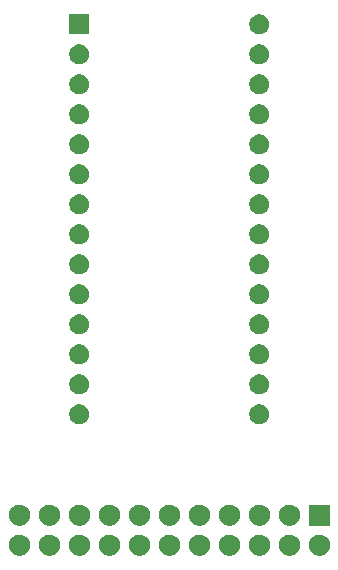
<source format=gbr>
G04 #@! TF.GenerationSoftware,KiCad,Pcbnew,(5.1.5-0-10_14)*
G04 #@! TF.CreationDate,2020-05-05T19:23:22-07:00*
G04 #@! TF.ProjectId,N64 Mask ROM Breakout,4e363420-4d61-4736-9b20-524f4d204272,rev?*
G04 #@! TF.SameCoordinates,Original*
G04 #@! TF.FileFunction,Soldermask,Bot*
G04 #@! TF.FilePolarity,Negative*
%FSLAX46Y46*%
G04 Gerber Fmt 4.6, Leading zero omitted, Abs format (unit mm)*
G04 Created by KiCad (PCBNEW (5.1.5-0-10_14)) date 2020-05-05 19:23:22*
%MOMM*%
%LPD*%
G04 APERTURE LIST*
%ADD10C,0.100000*%
G04 APERTURE END LIST*
D10*
G36*
X165213512Y-121943927D02*
G01*
X165362812Y-121973624D01*
X165526784Y-122041544D01*
X165674354Y-122140147D01*
X165799853Y-122265646D01*
X165898456Y-122413216D01*
X165966376Y-122577188D01*
X166001000Y-122751259D01*
X166001000Y-122928741D01*
X165966376Y-123102812D01*
X165898456Y-123266784D01*
X165799853Y-123414354D01*
X165674354Y-123539853D01*
X165526784Y-123638456D01*
X165362812Y-123706376D01*
X165213512Y-123736073D01*
X165188742Y-123741000D01*
X165011258Y-123741000D01*
X164986488Y-123736073D01*
X164837188Y-123706376D01*
X164673216Y-123638456D01*
X164525646Y-123539853D01*
X164400147Y-123414354D01*
X164301544Y-123266784D01*
X164233624Y-123102812D01*
X164199000Y-122928741D01*
X164199000Y-122751259D01*
X164233624Y-122577188D01*
X164301544Y-122413216D01*
X164400147Y-122265646D01*
X164525646Y-122140147D01*
X164673216Y-122041544D01*
X164837188Y-121973624D01*
X164986488Y-121943927D01*
X165011258Y-121939000D01*
X165188742Y-121939000D01*
X165213512Y-121943927D01*
G37*
G36*
X162673512Y-121943927D02*
G01*
X162822812Y-121973624D01*
X162986784Y-122041544D01*
X163134354Y-122140147D01*
X163259853Y-122265646D01*
X163358456Y-122413216D01*
X163426376Y-122577188D01*
X163461000Y-122751259D01*
X163461000Y-122928741D01*
X163426376Y-123102812D01*
X163358456Y-123266784D01*
X163259853Y-123414354D01*
X163134354Y-123539853D01*
X162986784Y-123638456D01*
X162822812Y-123706376D01*
X162673512Y-123736073D01*
X162648742Y-123741000D01*
X162471258Y-123741000D01*
X162446488Y-123736073D01*
X162297188Y-123706376D01*
X162133216Y-123638456D01*
X161985646Y-123539853D01*
X161860147Y-123414354D01*
X161761544Y-123266784D01*
X161693624Y-123102812D01*
X161659000Y-122928741D01*
X161659000Y-122751259D01*
X161693624Y-122577188D01*
X161761544Y-122413216D01*
X161860147Y-122265646D01*
X161985646Y-122140147D01*
X162133216Y-122041544D01*
X162297188Y-121973624D01*
X162446488Y-121943927D01*
X162471258Y-121939000D01*
X162648742Y-121939000D01*
X162673512Y-121943927D01*
G37*
G36*
X160133512Y-121943927D02*
G01*
X160282812Y-121973624D01*
X160446784Y-122041544D01*
X160594354Y-122140147D01*
X160719853Y-122265646D01*
X160818456Y-122413216D01*
X160886376Y-122577188D01*
X160921000Y-122751259D01*
X160921000Y-122928741D01*
X160886376Y-123102812D01*
X160818456Y-123266784D01*
X160719853Y-123414354D01*
X160594354Y-123539853D01*
X160446784Y-123638456D01*
X160282812Y-123706376D01*
X160133512Y-123736073D01*
X160108742Y-123741000D01*
X159931258Y-123741000D01*
X159906488Y-123736073D01*
X159757188Y-123706376D01*
X159593216Y-123638456D01*
X159445646Y-123539853D01*
X159320147Y-123414354D01*
X159221544Y-123266784D01*
X159153624Y-123102812D01*
X159119000Y-122928741D01*
X159119000Y-122751259D01*
X159153624Y-122577188D01*
X159221544Y-122413216D01*
X159320147Y-122265646D01*
X159445646Y-122140147D01*
X159593216Y-122041544D01*
X159757188Y-121973624D01*
X159906488Y-121943927D01*
X159931258Y-121939000D01*
X160108742Y-121939000D01*
X160133512Y-121943927D01*
G37*
G36*
X157593512Y-121943927D02*
G01*
X157742812Y-121973624D01*
X157906784Y-122041544D01*
X158054354Y-122140147D01*
X158179853Y-122265646D01*
X158278456Y-122413216D01*
X158346376Y-122577188D01*
X158381000Y-122751259D01*
X158381000Y-122928741D01*
X158346376Y-123102812D01*
X158278456Y-123266784D01*
X158179853Y-123414354D01*
X158054354Y-123539853D01*
X157906784Y-123638456D01*
X157742812Y-123706376D01*
X157593512Y-123736073D01*
X157568742Y-123741000D01*
X157391258Y-123741000D01*
X157366488Y-123736073D01*
X157217188Y-123706376D01*
X157053216Y-123638456D01*
X156905646Y-123539853D01*
X156780147Y-123414354D01*
X156681544Y-123266784D01*
X156613624Y-123102812D01*
X156579000Y-122928741D01*
X156579000Y-122751259D01*
X156613624Y-122577188D01*
X156681544Y-122413216D01*
X156780147Y-122265646D01*
X156905646Y-122140147D01*
X157053216Y-122041544D01*
X157217188Y-121973624D01*
X157366488Y-121943927D01*
X157391258Y-121939000D01*
X157568742Y-121939000D01*
X157593512Y-121943927D01*
G37*
G36*
X155053512Y-121943927D02*
G01*
X155202812Y-121973624D01*
X155366784Y-122041544D01*
X155514354Y-122140147D01*
X155639853Y-122265646D01*
X155738456Y-122413216D01*
X155806376Y-122577188D01*
X155841000Y-122751259D01*
X155841000Y-122928741D01*
X155806376Y-123102812D01*
X155738456Y-123266784D01*
X155639853Y-123414354D01*
X155514354Y-123539853D01*
X155366784Y-123638456D01*
X155202812Y-123706376D01*
X155053512Y-123736073D01*
X155028742Y-123741000D01*
X154851258Y-123741000D01*
X154826488Y-123736073D01*
X154677188Y-123706376D01*
X154513216Y-123638456D01*
X154365646Y-123539853D01*
X154240147Y-123414354D01*
X154141544Y-123266784D01*
X154073624Y-123102812D01*
X154039000Y-122928741D01*
X154039000Y-122751259D01*
X154073624Y-122577188D01*
X154141544Y-122413216D01*
X154240147Y-122265646D01*
X154365646Y-122140147D01*
X154513216Y-122041544D01*
X154677188Y-121973624D01*
X154826488Y-121943927D01*
X154851258Y-121939000D01*
X155028742Y-121939000D01*
X155053512Y-121943927D01*
G37*
G36*
X152513512Y-121943927D02*
G01*
X152662812Y-121973624D01*
X152826784Y-122041544D01*
X152974354Y-122140147D01*
X153099853Y-122265646D01*
X153198456Y-122413216D01*
X153266376Y-122577188D01*
X153301000Y-122751259D01*
X153301000Y-122928741D01*
X153266376Y-123102812D01*
X153198456Y-123266784D01*
X153099853Y-123414354D01*
X152974354Y-123539853D01*
X152826784Y-123638456D01*
X152662812Y-123706376D01*
X152513512Y-123736073D01*
X152488742Y-123741000D01*
X152311258Y-123741000D01*
X152286488Y-123736073D01*
X152137188Y-123706376D01*
X151973216Y-123638456D01*
X151825646Y-123539853D01*
X151700147Y-123414354D01*
X151601544Y-123266784D01*
X151533624Y-123102812D01*
X151499000Y-122928741D01*
X151499000Y-122751259D01*
X151533624Y-122577188D01*
X151601544Y-122413216D01*
X151700147Y-122265646D01*
X151825646Y-122140147D01*
X151973216Y-122041544D01*
X152137188Y-121973624D01*
X152286488Y-121943927D01*
X152311258Y-121939000D01*
X152488742Y-121939000D01*
X152513512Y-121943927D01*
G37*
G36*
X149973512Y-121943927D02*
G01*
X150122812Y-121973624D01*
X150286784Y-122041544D01*
X150434354Y-122140147D01*
X150559853Y-122265646D01*
X150658456Y-122413216D01*
X150726376Y-122577188D01*
X150761000Y-122751259D01*
X150761000Y-122928741D01*
X150726376Y-123102812D01*
X150658456Y-123266784D01*
X150559853Y-123414354D01*
X150434354Y-123539853D01*
X150286784Y-123638456D01*
X150122812Y-123706376D01*
X149973512Y-123736073D01*
X149948742Y-123741000D01*
X149771258Y-123741000D01*
X149746488Y-123736073D01*
X149597188Y-123706376D01*
X149433216Y-123638456D01*
X149285646Y-123539853D01*
X149160147Y-123414354D01*
X149061544Y-123266784D01*
X148993624Y-123102812D01*
X148959000Y-122928741D01*
X148959000Y-122751259D01*
X148993624Y-122577188D01*
X149061544Y-122413216D01*
X149160147Y-122265646D01*
X149285646Y-122140147D01*
X149433216Y-122041544D01*
X149597188Y-121973624D01*
X149746488Y-121943927D01*
X149771258Y-121939000D01*
X149948742Y-121939000D01*
X149973512Y-121943927D01*
G37*
G36*
X147433512Y-121943927D02*
G01*
X147582812Y-121973624D01*
X147746784Y-122041544D01*
X147894354Y-122140147D01*
X148019853Y-122265646D01*
X148118456Y-122413216D01*
X148186376Y-122577188D01*
X148221000Y-122751259D01*
X148221000Y-122928741D01*
X148186376Y-123102812D01*
X148118456Y-123266784D01*
X148019853Y-123414354D01*
X147894354Y-123539853D01*
X147746784Y-123638456D01*
X147582812Y-123706376D01*
X147433512Y-123736073D01*
X147408742Y-123741000D01*
X147231258Y-123741000D01*
X147206488Y-123736073D01*
X147057188Y-123706376D01*
X146893216Y-123638456D01*
X146745646Y-123539853D01*
X146620147Y-123414354D01*
X146521544Y-123266784D01*
X146453624Y-123102812D01*
X146419000Y-122928741D01*
X146419000Y-122751259D01*
X146453624Y-122577188D01*
X146521544Y-122413216D01*
X146620147Y-122265646D01*
X146745646Y-122140147D01*
X146893216Y-122041544D01*
X147057188Y-121973624D01*
X147206488Y-121943927D01*
X147231258Y-121939000D01*
X147408742Y-121939000D01*
X147433512Y-121943927D01*
G37*
G36*
X144893512Y-121943927D02*
G01*
X145042812Y-121973624D01*
X145206784Y-122041544D01*
X145354354Y-122140147D01*
X145479853Y-122265646D01*
X145578456Y-122413216D01*
X145646376Y-122577188D01*
X145681000Y-122751259D01*
X145681000Y-122928741D01*
X145646376Y-123102812D01*
X145578456Y-123266784D01*
X145479853Y-123414354D01*
X145354354Y-123539853D01*
X145206784Y-123638456D01*
X145042812Y-123706376D01*
X144893512Y-123736073D01*
X144868742Y-123741000D01*
X144691258Y-123741000D01*
X144666488Y-123736073D01*
X144517188Y-123706376D01*
X144353216Y-123638456D01*
X144205646Y-123539853D01*
X144080147Y-123414354D01*
X143981544Y-123266784D01*
X143913624Y-123102812D01*
X143879000Y-122928741D01*
X143879000Y-122751259D01*
X143913624Y-122577188D01*
X143981544Y-122413216D01*
X144080147Y-122265646D01*
X144205646Y-122140147D01*
X144353216Y-122041544D01*
X144517188Y-121973624D01*
X144666488Y-121943927D01*
X144691258Y-121939000D01*
X144868742Y-121939000D01*
X144893512Y-121943927D01*
G37*
G36*
X142353512Y-121943927D02*
G01*
X142502812Y-121973624D01*
X142666784Y-122041544D01*
X142814354Y-122140147D01*
X142939853Y-122265646D01*
X143038456Y-122413216D01*
X143106376Y-122577188D01*
X143141000Y-122751259D01*
X143141000Y-122928741D01*
X143106376Y-123102812D01*
X143038456Y-123266784D01*
X142939853Y-123414354D01*
X142814354Y-123539853D01*
X142666784Y-123638456D01*
X142502812Y-123706376D01*
X142353512Y-123736073D01*
X142328742Y-123741000D01*
X142151258Y-123741000D01*
X142126488Y-123736073D01*
X141977188Y-123706376D01*
X141813216Y-123638456D01*
X141665646Y-123539853D01*
X141540147Y-123414354D01*
X141441544Y-123266784D01*
X141373624Y-123102812D01*
X141339000Y-122928741D01*
X141339000Y-122751259D01*
X141373624Y-122577188D01*
X141441544Y-122413216D01*
X141540147Y-122265646D01*
X141665646Y-122140147D01*
X141813216Y-122041544D01*
X141977188Y-121973624D01*
X142126488Y-121943927D01*
X142151258Y-121939000D01*
X142328742Y-121939000D01*
X142353512Y-121943927D01*
G37*
G36*
X139813512Y-121943927D02*
G01*
X139962812Y-121973624D01*
X140126784Y-122041544D01*
X140274354Y-122140147D01*
X140399853Y-122265646D01*
X140498456Y-122413216D01*
X140566376Y-122577188D01*
X140601000Y-122751259D01*
X140601000Y-122928741D01*
X140566376Y-123102812D01*
X140498456Y-123266784D01*
X140399853Y-123414354D01*
X140274354Y-123539853D01*
X140126784Y-123638456D01*
X139962812Y-123706376D01*
X139813512Y-123736073D01*
X139788742Y-123741000D01*
X139611258Y-123741000D01*
X139586488Y-123736073D01*
X139437188Y-123706376D01*
X139273216Y-123638456D01*
X139125646Y-123539853D01*
X139000147Y-123414354D01*
X138901544Y-123266784D01*
X138833624Y-123102812D01*
X138799000Y-122928741D01*
X138799000Y-122751259D01*
X138833624Y-122577188D01*
X138901544Y-122413216D01*
X139000147Y-122265646D01*
X139125646Y-122140147D01*
X139273216Y-122041544D01*
X139437188Y-121973624D01*
X139586488Y-121943927D01*
X139611258Y-121939000D01*
X139788742Y-121939000D01*
X139813512Y-121943927D01*
G37*
G36*
X152513512Y-119403927D02*
G01*
X152662812Y-119433624D01*
X152826784Y-119501544D01*
X152974354Y-119600147D01*
X153099853Y-119725646D01*
X153198456Y-119873216D01*
X153266376Y-120037188D01*
X153301000Y-120211259D01*
X153301000Y-120388741D01*
X153266376Y-120562812D01*
X153198456Y-120726784D01*
X153099853Y-120874354D01*
X152974354Y-120999853D01*
X152826784Y-121098456D01*
X152662812Y-121166376D01*
X152513512Y-121196073D01*
X152488742Y-121201000D01*
X152311258Y-121201000D01*
X152286488Y-121196073D01*
X152137188Y-121166376D01*
X151973216Y-121098456D01*
X151825646Y-120999853D01*
X151700147Y-120874354D01*
X151601544Y-120726784D01*
X151533624Y-120562812D01*
X151499000Y-120388741D01*
X151499000Y-120211259D01*
X151533624Y-120037188D01*
X151601544Y-119873216D01*
X151700147Y-119725646D01*
X151825646Y-119600147D01*
X151973216Y-119501544D01*
X152137188Y-119433624D01*
X152286488Y-119403927D01*
X152311258Y-119399000D01*
X152488742Y-119399000D01*
X152513512Y-119403927D01*
G37*
G36*
X166001000Y-121201000D02*
G01*
X164199000Y-121201000D01*
X164199000Y-119399000D01*
X166001000Y-119399000D01*
X166001000Y-121201000D01*
G37*
G36*
X162673512Y-119403927D02*
G01*
X162822812Y-119433624D01*
X162986784Y-119501544D01*
X163134354Y-119600147D01*
X163259853Y-119725646D01*
X163358456Y-119873216D01*
X163426376Y-120037188D01*
X163461000Y-120211259D01*
X163461000Y-120388741D01*
X163426376Y-120562812D01*
X163358456Y-120726784D01*
X163259853Y-120874354D01*
X163134354Y-120999853D01*
X162986784Y-121098456D01*
X162822812Y-121166376D01*
X162673512Y-121196073D01*
X162648742Y-121201000D01*
X162471258Y-121201000D01*
X162446488Y-121196073D01*
X162297188Y-121166376D01*
X162133216Y-121098456D01*
X161985646Y-120999853D01*
X161860147Y-120874354D01*
X161761544Y-120726784D01*
X161693624Y-120562812D01*
X161659000Y-120388741D01*
X161659000Y-120211259D01*
X161693624Y-120037188D01*
X161761544Y-119873216D01*
X161860147Y-119725646D01*
X161985646Y-119600147D01*
X162133216Y-119501544D01*
X162297188Y-119433624D01*
X162446488Y-119403927D01*
X162471258Y-119399000D01*
X162648742Y-119399000D01*
X162673512Y-119403927D01*
G37*
G36*
X160133512Y-119403927D02*
G01*
X160282812Y-119433624D01*
X160446784Y-119501544D01*
X160594354Y-119600147D01*
X160719853Y-119725646D01*
X160818456Y-119873216D01*
X160886376Y-120037188D01*
X160921000Y-120211259D01*
X160921000Y-120388741D01*
X160886376Y-120562812D01*
X160818456Y-120726784D01*
X160719853Y-120874354D01*
X160594354Y-120999853D01*
X160446784Y-121098456D01*
X160282812Y-121166376D01*
X160133512Y-121196073D01*
X160108742Y-121201000D01*
X159931258Y-121201000D01*
X159906488Y-121196073D01*
X159757188Y-121166376D01*
X159593216Y-121098456D01*
X159445646Y-120999853D01*
X159320147Y-120874354D01*
X159221544Y-120726784D01*
X159153624Y-120562812D01*
X159119000Y-120388741D01*
X159119000Y-120211259D01*
X159153624Y-120037188D01*
X159221544Y-119873216D01*
X159320147Y-119725646D01*
X159445646Y-119600147D01*
X159593216Y-119501544D01*
X159757188Y-119433624D01*
X159906488Y-119403927D01*
X159931258Y-119399000D01*
X160108742Y-119399000D01*
X160133512Y-119403927D01*
G37*
G36*
X157593512Y-119403927D02*
G01*
X157742812Y-119433624D01*
X157906784Y-119501544D01*
X158054354Y-119600147D01*
X158179853Y-119725646D01*
X158278456Y-119873216D01*
X158346376Y-120037188D01*
X158381000Y-120211259D01*
X158381000Y-120388741D01*
X158346376Y-120562812D01*
X158278456Y-120726784D01*
X158179853Y-120874354D01*
X158054354Y-120999853D01*
X157906784Y-121098456D01*
X157742812Y-121166376D01*
X157593512Y-121196073D01*
X157568742Y-121201000D01*
X157391258Y-121201000D01*
X157366488Y-121196073D01*
X157217188Y-121166376D01*
X157053216Y-121098456D01*
X156905646Y-120999853D01*
X156780147Y-120874354D01*
X156681544Y-120726784D01*
X156613624Y-120562812D01*
X156579000Y-120388741D01*
X156579000Y-120211259D01*
X156613624Y-120037188D01*
X156681544Y-119873216D01*
X156780147Y-119725646D01*
X156905646Y-119600147D01*
X157053216Y-119501544D01*
X157217188Y-119433624D01*
X157366488Y-119403927D01*
X157391258Y-119399000D01*
X157568742Y-119399000D01*
X157593512Y-119403927D01*
G37*
G36*
X155053512Y-119403927D02*
G01*
X155202812Y-119433624D01*
X155366784Y-119501544D01*
X155514354Y-119600147D01*
X155639853Y-119725646D01*
X155738456Y-119873216D01*
X155806376Y-120037188D01*
X155841000Y-120211259D01*
X155841000Y-120388741D01*
X155806376Y-120562812D01*
X155738456Y-120726784D01*
X155639853Y-120874354D01*
X155514354Y-120999853D01*
X155366784Y-121098456D01*
X155202812Y-121166376D01*
X155053512Y-121196073D01*
X155028742Y-121201000D01*
X154851258Y-121201000D01*
X154826488Y-121196073D01*
X154677188Y-121166376D01*
X154513216Y-121098456D01*
X154365646Y-120999853D01*
X154240147Y-120874354D01*
X154141544Y-120726784D01*
X154073624Y-120562812D01*
X154039000Y-120388741D01*
X154039000Y-120211259D01*
X154073624Y-120037188D01*
X154141544Y-119873216D01*
X154240147Y-119725646D01*
X154365646Y-119600147D01*
X154513216Y-119501544D01*
X154677188Y-119433624D01*
X154826488Y-119403927D01*
X154851258Y-119399000D01*
X155028742Y-119399000D01*
X155053512Y-119403927D01*
G37*
G36*
X149973512Y-119403927D02*
G01*
X150122812Y-119433624D01*
X150286784Y-119501544D01*
X150434354Y-119600147D01*
X150559853Y-119725646D01*
X150658456Y-119873216D01*
X150726376Y-120037188D01*
X150761000Y-120211259D01*
X150761000Y-120388741D01*
X150726376Y-120562812D01*
X150658456Y-120726784D01*
X150559853Y-120874354D01*
X150434354Y-120999853D01*
X150286784Y-121098456D01*
X150122812Y-121166376D01*
X149973512Y-121196073D01*
X149948742Y-121201000D01*
X149771258Y-121201000D01*
X149746488Y-121196073D01*
X149597188Y-121166376D01*
X149433216Y-121098456D01*
X149285646Y-120999853D01*
X149160147Y-120874354D01*
X149061544Y-120726784D01*
X148993624Y-120562812D01*
X148959000Y-120388741D01*
X148959000Y-120211259D01*
X148993624Y-120037188D01*
X149061544Y-119873216D01*
X149160147Y-119725646D01*
X149285646Y-119600147D01*
X149433216Y-119501544D01*
X149597188Y-119433624D01*
X149746488Y-119403927D01*
X149771258Y-119399000D01*
X149948742Y-119399000D01*
X149973512Y-119403927D01*
G37*
G36*
X147433512Y-119403927D02*
G01*
X147582812Y-119433624D01*
X147746784Y-119501544D01*
X147894354Y-119600147D01*
X148019853Y-119725646D01*
X148118456Y-119873216D01*
X148186376Y-120037188D01*
X148221000Y-120211259D01*
X148221000Y-120388741D01*
X148186376Y-120562812D01*
X148118456Y-120726784D01*
X148019853Y-120874354D01*
X147894354Y-120999853D01*
X147746784Y-121098456D01*
X147582812Y-121166376D01*
X147433512Y-121196073D01*
X147408742Y-121201000D01*
X147231258Y-121201000D01*
X147206488Y-121196073D01*
X147057188Y-121166376D01*
X146893216Y-121098456D01*
X146745646Y-120999853D01*
X146620147Y-120874354D01*
X146521544Y-120726784D01*
X146453624Y-120562812D01*
X146419000Y-120388741D01*
X146419000Y-120211259D01*
X146453624Y-120037188D01*
X146521544Y-119873216D01*
X146620147Y-119725646D01*
X146745646Y-119600147D01*
X146893216Y-119501544D01*
X147057188Y-119433624D01*
X147206488Y-119403927D01*
X147231258Y-119399000D01*
X147408742Y-119399000D01*
X147433512Y-119403927D01*
G37*
G36*
X144893512Y-119403927D02*
G01*
X145042812Y-119433624D01*
X145206784Y-119501544D01*
X145354354Y-119600147D01*
X145479853Y-119725646D01*
X145578456Y-119873216D01*
X145646376Y-120037188D01*
X145681000Y-120211259D01*
X145681000Y-120388741D01*
X145646376Y-120562812D01*
X145578456Y-120726784D01*
X145479853Y-120874354D01*
X145354354Y-120999853D01*
X145206784Y-121098456D01*
X145042812Y-121166376D01*
X144893512Y-121196073D01*
X144868742Y-121201000D01*
X144691258Y-121201000D01*
X144666488Y-121196073D01*
X144517188Y-121166376D01*
X144353216Y-121098456D01*
X144205646Y-120999853D01*
X144080147Y-120874354D01*
X143981544Y-120726784D01*
X143913624Y-120562812D01*
X143879000Y-120388741D01*
X143879000Y-120211259D01*
X143913624Y-120037188D01*
X143981544Y-119873216D01*
X144080147Y-119725646D01*
X144205646Y-119600147D01*
X144353216Y-119501544D01*
X144517188Y-119433624D01*
X144666488Y-119403927D01*
X144691258Y-119399000D01*
X144868742Y-119399000D01*
X144893512Y-119403927D01*
G37*
G36*
X142353512Y-119403927D02*
G01*
X142502812Y-119433624D01*
X142666784Y-119501544D01*
X142814354Y-119600147D01*
X142939853Y-119725646D01*
X143038456Y-119873216D01*
X143106376Y-120037188D01*
X143141000Y-120211259D01*
X143141000Y-120388741D01*
X143106376Y-120562812D01*
X143038456Y-120726784D01*
X142939853Y-120874354D01*
X142814354Y-120999853D01*
X142666784Y-121098456D01*
X142502812Y-121166376D01*
X142353512Y-121196073D01*
X142328742Y-121201000D01*
X142151258Y-121201000D01*
X142126488Y-121196073D01*
X141977188Y-121166376D01*
X141813216Y-121098456D01*
X141665646Y-120999853D01*
X141540147Y-120874354D01*
X141441544Y-120726784D01*
X141373624Y-120562812D01*
X141339000Y-120388741D01*
X141339000Y-120211259D01*
X141373624Y-120037188D01*
X141441544Y-119873216D01*
X141540147Y-119725646D01*
X141665646Y-119600147D01*
X141813216Y-119501544D01*
X141977188Y-119433624D01*
X142126488Y-119403927D01*
X142151258Y-119399000D01*
X142328742Y-119399000D01*
X142353512Y-119403927D01*
G37*
G36*
X139813512Y-119403927D02*
G01*
X139962812Y-119433624D01*
X140126784Y-119501544D01*
X140274354Y-119600147D01*
X140399853Y-119725646D01*
X140498456Y-119873216D01*
X140566376Y-120037188D01*
X140601000Y-120211259D01*
X140601000Y-120388741D01*
X140566376Y-120562812D01*
X140498456Y-120726784D01*
X140399853Y-120874354D01*
X140274354Y-120999853D01*
X140126784Y-121098456D01*
X139962812Y-121166376D01*
X139813512Y-121196073D01*
X139788742Y-121201000D01*
X139611258Y-121201000D01*
X139586488Y-121196073D01*
X139437188Y-121166376D01*
X139273216Y-121098456D01*
X139125646Y-120999853D01*
X139000147Y-120874354D01*
X138901544Y-120726784D01*
X138833624Y-120562812D01*
X138799000Y-120388741D01*
X138799000Y-120211259D01*
X138833624Y-120037188D01*
X138901544Y-119873216D01*
X139000147Y-119725646D01*
X139125646Y-119600147D01*
X139273216Y-119501544D01*
X139437188Y-119433624D01*
X139586488Y-119403927D01*
X139611258Y-119399000D01*
X139788742Y-119399000D01*
X139813512Y-119403927D01*
G37*
G36*
X160268228Y-110941703D02*
G01*
X160423100Y-111005853D01*
X160562481Y-111098985D01*
X160681015Y-111217519D01*
X160774147Y-111356900D01*
X160838297Y-111511772D01*
X160871000Y-111676184D01*
X160871000Y-111843816D01*
X160838297Y-112008228D01*
X160774147Y-112163100D01*
X160681015Y-112302481D01*
X160562481Y-112421015D01*
X160423100Y-112514147D01*
X160268228Y-112578297D01*
X160103816Y-112611000D01*
X159936184Y-112611000D01*
X159771772Y-112578297D01*
X159616900Y-112514147D01*
X159477519Y-112421015D01*
X159358985Y-112302481D01*
X159265853Y-112163100D01*
X159201703Y-112008228D01*
X159169000Y-111843816D01*
X159169000Y-111676184D01*
X159201703Y-111511772D01*
X159265853Y-111356900D01*
X159358985Y-111217519D01*
X159477519Y-111098985D01*
X159616900Y-111005853D01*
X159771772Y-110941703D01*
X159936184Y-110909000D01*
X160103816Y-110909000D01*
X160268228Y-110941703D01*
G37*
G36*
X145028228Y-110941703D02*
G01*
X145183100Y-111005853D01*
X145322481Y-111098985D01*
X145441015Y-111217519D01*
X145534147Y-111356900D01*
X145598297Y-111511772D01*
X145631000Y-111676184D01*
X145631000Y-111843816D01*
X145598297Y-112008228D01*
X145534147Y-112163100D01*
X145441015Y-112302481D01*
X145322481Y-112421015D01*
X145183100Y-112514147D01*
X145028228Y-112578297D01*
X144863816Y-112611000D01*
X144696184Y-112611000D01*
X144531772Y-112578297D01*
X144376900Y-112514147D01*
X144237519Y-112421015D01*
X144118985Y-112302481D01*
X144025853Y-112163100D01*
X143961703Y-112008228D01*
X143929000Y-111843816D01*
X143929000Y-111676184D01*
X143961703Y-111511772D01*
X144025853Y-111356900D01*
X144118985Y-111217519D01*
X144237519Y-111098985D01*
X144376900Y-111005853D01*
X144531772Y-110941703D01*
X144696184Y-110909000D01*
X144863816Y-110909000D01*
X145028228Y-110941703D01*
G37*
G36*
X160268228Y-108401703D02*
G01*
X160423100Y-108465853D01*
X160562481Y-108558985D01*
X160681015Y-108677519D01*
X160774147Y-108816900D01*
X160838297Y-108971772D01*
X160871000Y-109136184D01*
X160871000Y-109303816D01*
X160838297Y-109468228D01*
X160774147Y-109623100D01*
X160681015Y-109762481D01*
X160562481Y-109881015D01*
X160423100Y-109974147D01*
X160268228Y-110038297D01*
X160103816Y-110071000D01*
X159936184Y-110071000D01*
X159771772Y-110038297D01*
X159616900Y-109974147D01*
X159477519Y-109881015D01*
X159358985Y-109762481D01*
X159265853Y-109623100D01*
X159201703Y-109468228D01*
X159169000Y-109303816D01*
X159169000Y-109136184D01*
X159201703Y-108971772D01*
X159265853Y-108816900D01*
X159358985Y-108677519D01*
X159477519Y-108558985D01*
X159616900Y-108465853D01*
X159771772Y-108401703D01*
X159936184Y-108369000D01*
X160103816Y-108369000D01*
X160268228Y-108401703D01*
G37*
G36*
X145028228Y-108401703D02*
G01*
X145183100Y-108465853D01*
X145322481Y-108558985D01*
X145441015Y-108677519D01*
X145534147Y-108816900D01*
X145598297Y-108971772D01*
X145631000Y-109136184D01*
X145631000Y-109303816D01*
X145598297Y-109468228D01*
X145534147Y-109623100D01*
X145441015Y-109762481D01*
X145322481Y-109881015D01*
X145183100Y-109974147D01*
X145028228Y-110038297D01*
X144863816Y-110071000D01*
X144696184Y-110071000D01*
X144531772Y-110038297D01*
X144376900Y-109974147D01*
X144237519Y-109881015D01*
X144118985Y-109762481D01*
X144025853Y-109623100D01*
X143961703Y-109468228D01*
X143929000Y-109303816D01*
X143929000Y-109136184D01*
X143961703Y-108971772D01*
X144025853Y-108816900D01*
X144118985Y-108677519D01*
X144237519Y-108558985D01*
X144376900Y-108465853D01*
X144531772Y-108401703D01*
X144696184Y-108369000D01*
X144863816Y-108369000D01*
X145028228Y-108401703D01*
G37*
G36*
X160268228Y-105861703D02*
G01*
X160423100Y-105925853D01*
X160562481Y-106018985D01*
X160681015Y-106137519D01*
X160774147Y-106276900D01*
X160838297Y-106431772D01*
X160871000Y-106596184D01*
X160871000Y-106763816D01*
X160838297Y-106928228D01*
X160774147Y-107083100D01*
X160681015Y-107222481D01*
X160562481Y-107341015D01*
X160423100Y-107434147D01*
X160268228Y-107498297D01*
X160103816Y-107531000D01*
X159936184Y-107531000D01*
X159771772Y-107498297D01*
X159616900Y-107434147D01*
X159477519Y-107341015D01*
X159358985Y-107222481D01*
X159265853Y-107083100D01*
X159201703Y-106928228D01*
X159169000Y-106763816D01*
X159169000Y-106596184D01*
X159201703Y-106431772D01*
X159265853Y-106276900D01*
X159358985Y-106137519D01*
X159477519Y-106018985D01*
X159616900Y-105925853D01*
X159771772Y-105861703D01*
X159936184Y-105829000D01*
X160103816Y-105829000D01*
X160268228Y-105861703D01*
G37*
G36*
X145028228Y-105861703D02*
G01*
X145183100Y-105925853D01*
X145322481Y-106018985D01*
X145441015Y-106137519D01*
X145534147Y-106276900D01*
X145598297Y-106431772D01*
X145631000Y-106596184D01*
X145631000Y-106763816D01*
X145598297Y-106928228D01*
X145534147Y-107083100D01*
X145441015Y-107222481D01*
X145322481Y-107341015D01*
X145183100Y-107434147D01*
X145028228Y-107498297D01*
X144863816Y-107531000D01*
X144696184Y-107531000D01*
X144531772Y-107498297D01*
X144376900Y-107434147D01*
X144237519Y-107341015D01*
X144118985Y-107222481D01*
X144025853Y-107083100D01*
X143961703Y-106928228D01*
X143929000Y-106763816D01*
X143929000Y-106596184D01*
X143961703Y-106431772D01*
X144025853Y-106276900D01*
X144118985Y-106137519D01*
X144237519Y-106018985D01*
X144376900Y-105925853D01*
X144531772Y-105861703D01*
X144696184Y-105829000D01*
X144863816Y-105829000D01*
X145028228Y-105861703D01*
G37*
G36*
X160268228Y-103321703D02*
G01*
X160423100Y-103385853D01*
X160562481Y-103478985D01*
X160681015Y-103597519D01*
X160774147Y-103736900D01*
X160838297Y-103891772D01*
X160871000Y-104056184D01*
X160871000Y-104223816D01*
X160838297Y-104388228D01*
X160774147Y-104543100D01*
X160681015Y-104682481D01*
X160562481Y-104801015D01*
X160423100Y-104894147D01*
X160268228Y-104958297D01*
X160103816Y-104991000D01*
X159936184Y-104991000D01*
X159771772Y-104958297D01*
X159616900Y-104894147D01*
X159477519Y-104801015D01*
X159358985Y-104682481D01*
X159265853Y-104543100D01*
X159201703Y-104388228D01*
X159169000Y-104223816D01*
X159169000Y-104056184D01*
X159201703Y-103891772D01*
X159265853Y-103736900D01*
X159358985Y-103597519D01*
X159477519Y-103478985D01*
X159616900Y-103385853D01*
X159771772Y-103321703D01*
X159936184Y-103289000D01*
X160103816Y-103289000D01*
X160268228Y-103321703D01*
G37*
G36*
X145028228Y-103321703D02*
G01*
X145183100Y-103385853D01*
X145322481Y-103478985D01*
X145441015Y-103597519D01*
X145534147Y-103736900D01*
X145598297Y-103891772D01*
X145631000Y-104056184D01*
X145631000Y-104223816D01*
X145598297Y-104388228D01*
X145534147Y-104543100D01*
X145441015Y-104682481D01*
X145322481Y-104801015D01*
X145183100Y-104894147D01*
X145028228Y-104958297D01*
X144863816Y-104991000D01*
X144696184Y-104991000D01*
X144531772Y-104958297D01*
X144376900Y-104894147D01*
X144237519Y-104801015D01*
X144118985Y-104682481D01*
X144025853Y-104543100D01*
X143961703Y-104388228D01*
X143929000Y-104223816D01*
X143929000Y-104056184D01*
X143961703Y-103891772D01*
X144025853Y-103736900D01*
X144118985Y-103597519D01*
X144237519Y-103478985D01*
X144376900Y-103385853D01*
X144531772Y-103321703D01*
X144696184Y-103289000D01*
X144863816Y-103289000D01*
X145028228Y-103321703D01*
G37*
G36*
X145028228Y-100781703D02*
G01*
X145183100Y-100845853D01*
X145322481Y-100938985D01*
X145441015Y-101057519D01*
X145534147Y-101196900D01*
X145598297Y-101351772D01*
X145631000Y-101516184D01*
X145631000Y-101683816D01*
X145598297Y-101848228D01*
X145534147Y-102003100D01*
X145441015Y-102142481D01*
X145322481Y-102261015D01*
X145183100Y-102354147D01*
X145028228Y-102418297D01*
X144863816Y-102451000D01*
X144696184Y-102451000D01*
X144531772Y-102418297D01*
X144376900Y-102354147D01*
X144237519Y-102261015D01*
X144118985Y-102142481D01*
X144025853Y-102003100D01*
X143961703Y-101848228D01*
X143929000Y-101683816D01*
X143929000Y-101516184D01*
X143961703Y-101351772D01*
X144025853Y-101196900D01*
X144118985Y-101057519D01*
X144237519Y-100938985D01*
X144376900Y-100845853D01*
X144531772Y-100781703D01*
X144696184Y-100749000D01*
X144863816Y-100749000D01*
X145028228Y-100781703D01*
G37*
G36*
X160268228Y-100781703D02*
G01*
X160423100Y-100845853D01*
X160562481Y-100938985D01*
X160681015Y-101057519D01*
X160774147Y-101196900D01*
X160838297Y-101351772D01*
X160871000Y-101516184D01*
X160871000Y-101683816D01*
X160838297Y-101848228D01*
X160774147Y-102003100D01*
X160681015Y-102142481D01*
X160562481Y-102261015D01*
X160423100Y-102354147D01*
X160268228Y-102418297D01*
X160103816Y-102451000D01*
X159936184Y-102451000D01*
X159771772Y-102418297D01*
X159616900Y-102354147D01*
X159477519Y-102261015D01*
X159358985Y-102142481D01*
X159265853Y-102003100D01*
X159201703Y-101848228D01*
X159169000Y-101683816D01*
X159169000Y-101516184D01*
X159201703Y-101351772D01*
X159265853Y-101196900D01*
X159358985Y-101057519D01*
X159477519Y-100938985D01*
X159616900Y-100845853D01*
X159771772Y-100781703D01*
X159936184Y-100749000D01*
X160103816Y-100749000D01*
X160268228Y-100781703D01*
G37*
G36*
X145028228Y-98241703D02*
G01*
X145183100Y-98305853D01*
X145322481Y-98398985D01*
X145441015Y-98517519D01*
X145534147Y-98656900D01*
X145598297Y-98811772D01*
X145631000Y-98976184D01*
X145631000Y-99143816D01*
X145598297Y-99308228D01*
X145534147Y-99463100D01*
X145441015Y-99602481D01*
X145322481Y-99721015D01*
X145183100Y-99814147D01*
X145028228Y-99878297D01*
X144863816Y-99911000D01*
X144696184Y-99911000D01*
X144531772Y-99878297D01*
X144376900Y-99814147D01*
X144237519Y-99721015D01*
X144118985Y-99602481D01*
X144025853Y-99463100D01*
X143961703Y-99308228D01*
X143929000Y-99143816D01*
X143929000Y-98976184D01*
X143961703Y-98811772D01*
X144025853Y-98656900D01*
X144118985Y-98517519D01*
X144237519Y-98398985D01*
X144376900Y-98305853D01*
X144531772Y-98241703D01*
X144696184Y-98209000D01*
X144863816Y-98209000D01*
X145028228Y-98241703D01*
G37*
G36*
X160268228Y-98241703D02*
G01*
X160423100Y-98305853D01*
X160562481Y-98398985D01*
X160681015Y-98517519D01*
X160774147Y-98656900D01*
X160838297Y-98811772D01*
X160871000Y-98976184D01*
X160871000Y-99143816D01*
X160838297Y-99308228D01*
X160774147Y-99463100D01*
X160681015Y-99602481D01*
X160562481Y-99721015D01*
X160423100Y-99814147D01*
X160268228Y-99878297D01*
X160103816Y-99911000D01*
X159936184Y-99911000D01*
X159771772Y-99878297D01*
X159616900Y-99814147D01*
X159477519Y-99721015D01*
X159358985Y-99602481D01*
X159265853Y-99463100D01*
X159201703Y-99308228D01*
X159169000Y-99143816D01*
X159169000Y-98976184D01*
X159201703Y-98811772D01*
X159265853Y-98656900D01*
X159358985Y-98517519D01*
X159477519Y-98398985D01*
X159616900Y-98305853D01*
X159771772Y-98241703D01*
X159936184Y-98209000D01*
X160103816Y-98209000D01*
X160268228Y-98241703D01*
G37*
G36*
X160268228Y-95701703D02*
G01*
X160423100Y-95765853D01*
X160562481Y-95858985D01*
X160681015Y-95977519D01*
X160774147Y-96116900D01*
X160838297Y-96271772D01*
X160871000Y-96436184D01*
X160871000Y-96603816D01*
X160838297Y-96768228D01*
X160774147Y-96923100D01*
X160681015Y-97062481D01*
X160562481Y-97181015D01*
X160423100Y-97274147D01*
X160268228Y-97338297D01*
X160103816Y-97371000D01*
X159936184Y-97371000D01*
X159771772Y-97338297D01*
X159616900Y-97274147D01*
X159477519Y-97181015D01*
X159358985Y-97062481D01*
X159265853Y-96923100D01*
X159201703Y-96768228D01*
X159169000Y-96603816D01*
X159169000Y-96436184D01*
X159201703Y-96271772D01*
X159265853Y-96116900D01*
X159358985Y-95977519D01*
X159477519Y-95858985D01*
X159616900Y-95765853D01*
X159771772Y-95701703D01*
X159936184Y-95669000D01*
X160103816Y-95669000D01*
X160268228Y-95701703D01*
G37*
G36*
X145028228Y-95701703D02*
G01*
X145183100Y-95765853D01*
X145322481Y-95858985D01*
X145441015Y-95977519D01*
X145534147Y-96116900D01*
X145598297Y-96271772D01*
X145631000Y-96436184D01*
X145631000Y-96603816D01*
X145598297Y-96768228D01*
X145534147Y-96923100D01*
X145441015Y-97062481D01*
X145322481Y-97181015D01*
X145183100Y-97274147D01*
X145028228Y-97338297D01*
X144863816Y-97371000D01*
X144696184Y-97371000D01*
X144531772Y-97338297D01*
X144376900Y-97274147D01*
X144237519Y-97181015D01*
X144118985Y-97062481D01*
X144025853Y-96923100D01*
X143961703Y-96768228D01*
X143929000Y-96603816D01*
X143929000Y-96436184D01*
X143961703Y-96271772D01*
X144025853Y-96116900D01*
X144118985Y-95977519D01*
X144237519Y-95858985D01*
X144376900Y-95765853D01*
X144531772Y-95701703D01*
X144696184Y-95669000D01*
X144863816Y-95669000D01*
X145028228Y-95701703D01*
G37*
G36*
X145028228Y-93161703D02*
G01*
X145183100Y-93225853D01*
X145322481Y-93318985D01*
X145441015Y-93437519D01*
X145534147Y-93576900D01*
X145598297Y-93731772D01*
X145631000Y-93896184D01*
X145631000Y-94063816D01*
X145598297Y-94228228D01*
X145534147Y-94383100D01*
X145441015Y-94522481D01*
X145322481Y-94641015D01*
X145183100Y-94734147D01*
X145028228Y-94798297D01*
X144863816Y-94831000D01*
X144696184Y-94831000D01*
X144531772Y-94798297D01*
X144376900Y-94734147D01*
X144237519Y-94641015D01*
X144118985Y-94522481D01*
X144025853Y-94383100D01*
X143961703Y-94228228D01*
X143929000Y-94063816D01*
X143929000Y-93896184D01*
X143961703Y-93731772D01*
X144025853Y-93576900D01*
X144118985Y-93437519D01*
X144237519Y-93318985D01*
X144376900Y-93225853D01*
X144531772Y-93161703D01*
X144696184Y-93129000D01*
X144863816Y-93129000D01*
X145028228Y-93161703D01*
G37*
G36*
X160268228Y-93161703D02*
G01*
X160423100Y-93225853D01*
X160562481Y-93318985D01*
X160681015Y-93437519D01*
X160774147Y-93576900D01*
X160838297Y-93731772D01*
X160871000Y-93896184D01*
X160871000Y-94063816D01*
X160838297Y-94228228D01*
X160774147Y-94383100D01*
X160681015Y-94522481D01*
X160562481Y-94641015D01*
X160423100Y-94734147D01*
X160268228Y-94798297D01*
X160103816Y-94831000D01*
X159936184Y-94831000D01*
X159771772Y-94798297D01*
X159616900Y-94734147D01*
X159477519Y-94641015D01*
X159358985Y-94522481D01*
X159265853Y-94383100D01*
X159201703Y-94228228D01*
X159169000Y-94063816D01*
X159169000Y-93896184D01*
X159201703Y-93731772D01*
X159265853Y-93576900D01*
X159358985Y-93437519D01*
X159477519Y-93318985D01*
X159616900Y-93225853D01*
X159771772Y-93161703D01*
X159936184Y-93129000D01*
X160103816Y-93129000D01*
X160268228Y-93161703D01*
G37*
G36*
X145028228Y-90621703D02*
G01*
X145183100Y-90685853D01*
X145322481Y-90778985D01*
X145441015Y-90897519D01*
X145534147Y-91036900D01*
X145598297Y-91191772D01*
X145631000Y-91356184D01*
X145631000Y-91523816D01*
X145598297Y-91688228D01*
X145534147Y-91843100D01*
X145441015Y-91982481D01*
X145322481Y-92101015D01*
X145183100Y-92194147D01*
X145028228Y-92258297D01*
X144863816Y-92291000D01*
X144696184Y-92291000D01*
X144531772Y-92258297D01*
X144376900Y-92194147D01*
X144237519Y-92101015D01*
X144118985Y-91982481D01*
X144025853Y-91843100D01*
X143961703Y-91688228D01*
X143929000Y-91523816D01*
X143929000Y-91356184D01*
X143961703Y-91191772D01*
X144025853Y-91036900D01*
X144118985Y-90897519D01*
X144237519Y-90778985D01*
X144376900Y-90685853D01*
X144531772Y-90621703D01*
X144696184Y-90589000D01*
X144863816Y-90589000D01*
X145028228Y-90621703D01*
G37*
G36*
X160268228Y-90621703D02*
G01*
X160423100Y-90685853D01*
X160562481Y-90778985D01*
X160681015Y-90897519D01*
X160774147Y-91036900D01*
X160838297Y-91191772D01*
X160871000Y-91356184D01*
X160871000Y-91523816D01*
X160838297Y-91688228D01*
X160774147Y-91843100D01*
X160681015Y-91982481D01*
X160562481Y-92101015D01*
X160423100Y-92194147D01*
X160268228Y-92258297D01*
X160103816Y-92291000D01*
X159936184Y-92291000D01*
X159771772Y-92258297D01*
X159616900Y-92194147D01*
X159477519Y-92101015D01*
X159358985Y-91982481D01*
X159265853Y-91843100D01*
X159201703Y-91688228D01*
X159169000Y-91523816D01*
X159169000Y-91356184D01*
X159201703Y-91191772D01*
X159265853Y-91036900D01*
X159358985Y-90897519D01*
X159477519Y-90778985D01*
X159616900Y-90685853D01*
X159771772Y-90621703D01*
X159936184Y-90589000D01*
X160103816Y-90589000D01*
X160268228Y-90621703D01*
G37*
G36*
X145028228Y-88081703D02*
G01*
X145183100Y-88145853D01*
X145322481Y-88238985D01*
X145441015Y-88357519D01*
X145534147Y-88496900D01*
X145598297Y-88651772D01*
X145631000Y-88816184D01*
X145631000Y-88983816D01*
X145598297Y-89148228D01*
X145534147Y-89303100D01*
X145441015Y-89442481D01*
X145322481Y-89561015D01*
X145183100Y-89654147D01*
X145028228Y-89718297D01*
X144863816Y-89751000D01*
X144696184Y-89751000D01*
X144531772Y-89718297D01*
X144376900Y-89654147D01*
X144237519Y-89561015D01*
X144118985Y-89442481D01*
X144025853Y-89303100D01*
X143961703Y-89148228D01*
X143929000Y-88983816D01*
X143929000Y-88816184D01*
X143961703Y-88651772D01*
X144025853Y-88496900D01*
X144118985Y-88357519D01*
X144237519Y-88238985D01*
X144376900Y-88145853D01*
X144531772Y-88081703D01*
X144696184Y-88049000D01*
X144863816Y-88049000D01*
X145028228Y-88081703D01*
G37*
G36*
X160268228Y-88081703D02*
G01*
X160423100Y-88145853D01*
X160562481Y-88238985D01*
X160681015Y-88357519D01*
X160774147Y-88496900D01*
X160838297Y-88651772D01*
X160871000Y-88816184D01*
X160871000Y-88983816D01*
X160838297Y-89148228D01*
X160774147Y-89303100D01*
X160681015Y-89442481D01*
X160562481Y-89561015D01*
X160423100Y-89654147D01*
X160268228Y-89718297D01*
X160103816Y-89751000D01*
X159936184Y-89751000D01*
X159771772Y-89718297D01*
X159616900Y-89654147D01*
X159477519Y-89561015D01*
X159358985Y-89442481D01*
X159265853Y-89303100D01*
X159201703Y-89148228D01*
X159169000Y-88983816D01*
X159169000Y-88816184D01*
X159201703Y-88651772D01*
X159265853Y-88496900D01*
X159358985Y-88357519D01*
X159477519Y-88238985D01*
X159616900Y-88145853D01*
X159771772Y-88081703D01*
X159936184Y-88049000D01*
X160103816Y-88049000D01*
X160268228Y-88081703D01*
G37*
G36*
X145028228Y-85541703D02*
G01*
X145183100Y-85605853D01*
X145322481Y-85698985D01*
X145441015Y-85817519D01*
X145534147Y-85956900D01*
X145598297Y-86111772D01*
X145631000Y-86276184D01*
X145631000Y-86443816D01*
X145598297Y-86608228D01*
X145534147Y-86763100D01*
X145441015Y-86902481D01*
X145322481Y-87021015D01*
X145183100Y-87114147D01*
X145028228Y-87178297D01*
X144863816Y-87211000D01*
X144696184Y-87211000D01*
X144531772Y-87178297D01*
X144376900Y-87114147D01*
X144237519Y-87021015D01*
X144118985Y-86902481D01*
X144025853Y-86763100D01*
X143961703Y-86608228D01*
X143929000Y-86443816D01*
X143929000Y-86276184D01*
X143961703Y-86111772D01*
X144025853Y-85956900D01*
X144118985Y-85817519D01*
X144237519Y-85698985D01*
X144376900Y-85605853D01*
X144531772Y-85541703D01*
X144696184Y-85509000D01*
X144863816Y-85509000D01*
X145028228Y-85541703D01*
G37*
G36*
X160268228Y-85541703D02*
G01*
X160423100Y-85605853D01*
X160562481Y-85698985D01*
X160681015Y-85817519D01*
X160774147Y-85956900D01*
X160838297Y-86111772D01*
X160871000Y-86276184D01*
X160871000Y-86443816D01*
X160838297Y-86608228D01*
X160774147Y-86763100D01*
X160681015Y-86902481D01*
X160562481Y-87021015D01*
X160423100Y-87114147D01*
X160268228Y-87178297D01*
X160103816Y-87211000D01*
X159936184Y-87211000D01*
X159771772Y-87178297D01*
X159616900Y-87114147D01*
X159477519Y-87021015D01*
X159358985Y-86902481D01*
X159265853Y-86763100D01*
X159201703Y-86608228D01*
X159169000Y-86443816D01*
X159169000Y-86276184D01*
X159201703Y-86111772D01*
X159265853Y-85956900D01*
X159358985Y-85817519D01*
X159477519Y-85698985D01*
X159616900Y-85605853D01*
X159771772Y-85541703D01*
X159936184Y-85509000D01*
X160103816Y-85509000D01*
X160268228Y-85541703D01*
G37*
G36*
X160268228Y-83001703D02*
G01*
X160423100Y-83065853D01*
X160562481Y-83158985D01*
X160681015Y-83277519D01*
X160774147Y-83416900D01*
X160838297Y-83571772D01*
X160871000Y-83736184D01*
X160871000Y-83903816D01*
X160838297Y-84068228D01*
X160774147Y-84223100D01*
X160681015Y-84362481D01*
X160562481Y-84481015D01*
X160423100Y-84574147D01*
X160268228Y-84638297D01*
X160103816Y-84671000D01*
X159936184Y-84671000D01*
X159771772Y-84638297D01*
X159616900Y-84574147D01*
X159477519Y-84481015D01*
X159358985Y-84362481D01*
X159265853Y-84223100D01*
X159201703Y-84068228D01*
X159169000Y-83903816D01*
X159169000Y-83736184D01*
X159201703Y-83571772D01*
X159265853Y-83416900D01*
X159358985Y-83277519D01*
X159477519Y-83158985D01*
X159616900Y-83065853D01*
X159771772Y-83001703D01*
X159936184Y-82969000D01*
X160103816Y-82969000D01*
X160268228Y-83001703D01*
G37*
G36*
X145028228Y-83001703D02*
G01*
X145183100Y-83065853D01*
X145322481Y-83158985D01*
X145441015Y-83277519D01*
X145534147Y-83416900D01*
X145598297Y-83571772D01*
X145631000Y-83736184D01*
X145631000Y-83903816D01*
X145598297Y-84068228D01*
X145534147Y-84223100D01*
X145441015Y-84362481D01*
X145322481Y-84481015D01*
X145183100Y-84574147D01*
X145028228Y-84638297D01*
X144863816Y-84671000D01*
X144696184Y-84671000D01*
X144531772Y-84638297D01*
X144376900Y-84574147D01*
X144237519Y-84481015D01*
X144118985Y-84362481D01*
X144025853Y-84223100D01*
X143961703Y-84068228D01*
X143929000Y-83903816D01*
X143929000Y-83736184D01*
X143961703Y-83571772D01*
X144025853Y-83416900D01*
X144118985Y-83277519D01*
X144237519Y-83158985D01*
X144376900Y-83065853D01*
X144531772Y-83001703D01*
X144696184Y-82969000D01*
X144863816Y-82969000D01*
X145028228Y-83001703D01*
G37*
G36*
X160268228Y-80461703D02*
G01*
X160423100Y-80525853D01*
X160562481Y-80618985D01*
X160681015Y-80737519D01*
X160774147Y-80876900D01*
X160838297Y-81031772D01*
X160871000Y-81196184D01*
X160871000Y-81363816D01*
X160838297Y-81528228D01*
X160774147Y-81683100D01*
X160681015Y-81822481D01*
X160562481Y-81941015D01*
X160423100Y-82034147D01*
X160268228Y-82098297D01*
X160103816Y-82131000D01*
X159936184Y-82131000D01*
X159771772Y-82098297D01*
X159616900Y-82034147D01*
X159477519Y-81941015D01*
X159358985Y-81822481D01*
X159265853Y-81683100D01*
X159201703Y-81528228D01*
X159169000Y-81363816D01*
X159169000Y-81196184D01*
X159201703Y-81031772D01*
X159265853Y-80876900D01*
X159358985Y-80737519D01*
X159477519Y-80618985D01*
X159616900Y-80525853D01*
X159771772Y-80461703D01*
X159936184Y-80429000D01*
X160103816Y-80429000D01*
X160268228Y-80461703D01*
G37*
G36*
X145028228Y-80461703D02*
G01*
X145183100Y-80525853D01*
X145322481Y-80618985D01*
X145441015Y-80737519D01*
X145534147Y-80876900D01*
X145598297Y-81031772D01*
X145631000Y-81196184D01*
X145631000Y-81363816D01*
X145598297Y-81528228D01*
X145534147Y-81683100D01*
X145441015Y-81822481D01*
X145322481Y-81941015D01*
X145183100Y-82034147D01*
X145028228Y-82098297D01*
X144863816Y-82131000D01*
X144696184Y-82131000D01*
X144531772Y-82098297D01*
X144376900Y-82034147D01*
X144237519Y-81941015D01*
X144118985Y-81822481D01*
X144025853Y-81683100D01*
X143961703Y-81528228D01*
X143929000Y-81363816D01*
X143929000Y-81196184D01*
X143961703Y-81031772D01*
X144025853Y-80876900D01*
X144118985Y-80737519D01*
X144237519Y-80618985D01*
X144376900Y-80525853D01*
X144531772Y-80461703D01*
X144696184Y-80429000D01*
X144863816Y-80429000D01*
X145028228Y-80461703D01*
G37*
G36*
X160268228Y-77921703D02*
G01*
X160423100Y-77985853D01*
X160562481Y-78078985D01*
X160681015Y-78197519D01*
X160774147Y-78336900D01*
X160838297Y-78491772D01*
X160871000Y-78656184D01*
X160871000Y-78823816D01*
X160838297Y-78988228D01*
X160774147Y-79143100D01*
X160681015Y-79282481D01*
X160562481Y-79401015D01*
X160423100Y-79494147D01*
X160268228Y-79558297D01*
X160103816Y-79591000D01*
X159936184Y-79591000D01*
X159771772Y-79558297D01*
X159616900Y-79494147D01*
X159477519Y-79401015D01*
X159358985Y-79282481D01*
X159265853Y-79143100D01*
X159201703Y-78988228D01*
X159169000Y-78823816D01*
X159169000Y-78656184D01*
X159201703Y-78491772D01*
X159265853Y-78336900D01*
X159358985Y-78197519D01*
X159477519Y-78078985D01*
X159616900Y-77985853D01*
X159771772Y-77921703D01*
X159936184Y-77889000D01*
X160103816Y-77889000D01*
X160268228Y-77921703D01*
G37*
G36*
X145631000Y-79591000D02*
G01*
X143929000Y-79591000D01*
X143929000Y-77889000D01*
X145631000Y-77889000D01*
X145631000Y-79591000D01*
G37*
M02*

</source>
